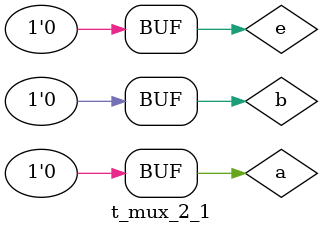
<source format=v>
module t_mux_2_1;
  wire [0:3] D;
  reg a, b, e;

  decoder_2_4 S1(D, a, b, e );
  initial begin
    e = 0; a = 0; b = 0;
    #50
    e = 0; a = 0; b = 1;
    #50
    e = 0; a = 1; b = 0;
    #50
    e = 0; a = 1; b = 1;
    #50
    e = 1; a = 0; b = 0;
    #50
    e = 1; a = 0; b = 1;
    #50
    e = 1; a = 1; b = 0;
    #50
    e = 1; a = 1; b = 1;
    #50
    e = 0; a = 0; b = 0;
  end
  initial
  $monitor("| E = %b | A = %b | B = %b | D0 D1 D2 D3 = %b %b %b %b | time = %0d |", e, a, b, D[0], D[1], D[2], D[3], $time);
endmodule

</source>
